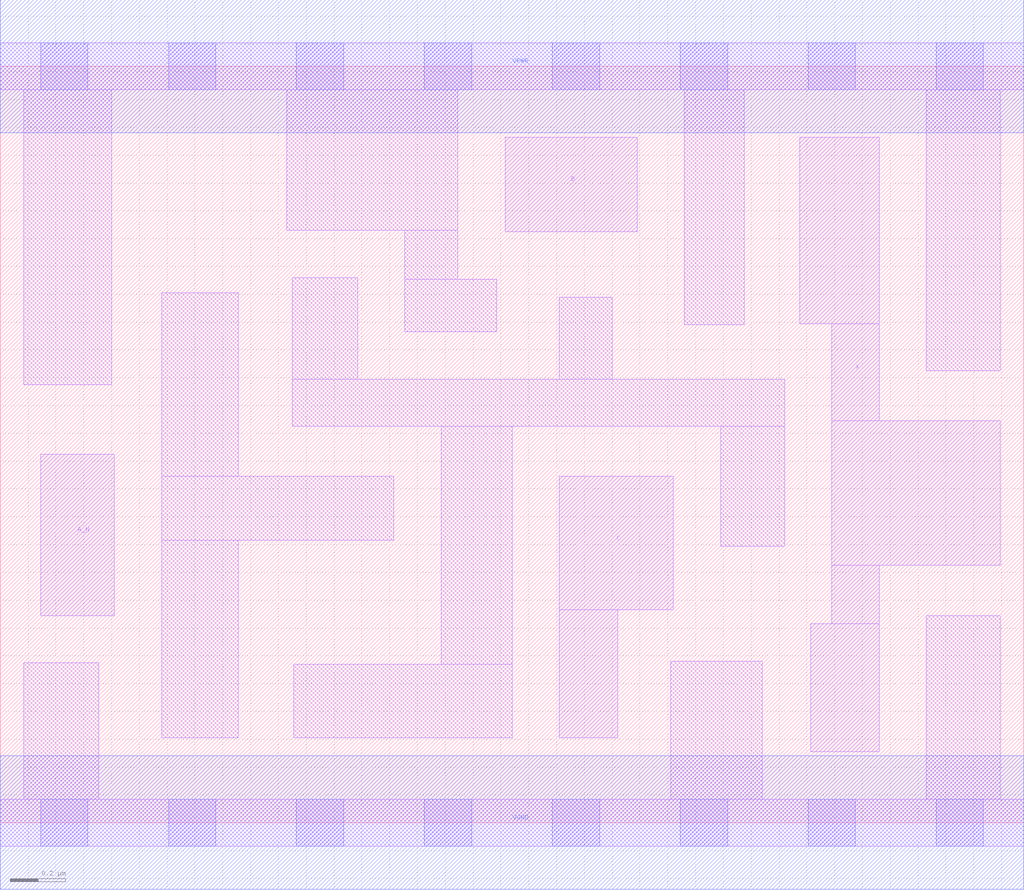
<source format=lef>
# Copyright 2020 The SkyWater PDK Authors
#
# Licensed under the Apache License, Version 2.0 (the "License");
# you may not use this file except in compliance with the License.
# You may obtain a copy of the License at
#
#     https://www.apache.org/licenses/LICENSE-2.0
#
# Unless required by applicable law or agreed to in writing, software
# distributed under the License is distributed on an "AS IS" BASIS,
# WITHOUT WARRANTIES OR CONDITIONS OF ANY KIND, either express or implied.
# See the License for the specific language governing permissions and
# limitations under the License.
#
# SPDX-License-Identifier: Apache-2.0

VERSION 5.7 ;
  NOWIREEXTENSIONATPIN ON ;
  DIVIDERCHAR "/" ;
  BUSBITCHARS "[]" ;
UNITS
  DATABASE MICRONS 200 ;
END UNITS
MACRO sky130_fd_sc_hd__and3b_2
  CLASS CORE ;
  FOREIGN sky130_fd_sc_hd__and3b_2 ;
  ORIGIN  0.000000  0.000000 ;
  SIZE  3.680000 BY  2.720000 ;
  SYMMETRY X Y R90 ;
  SITE unithd ;
  PIN A_N
    ANTENNAGATEAREA  0.126000 ;
    DIRECTION INPUT ;
    USE SIGNAL ;
    PORT
      LAYER li1 ;
        RECT 0.145000 0.745000 0.410000 1.325000 ;
    END
  END A_N
  PIN B
    ANTENNAGATEAREA  0.126000 ;
    DIRECTION INPUT ;
    USE SIGNAL ;
    PORT
      LAYER li1 ;
        RECT 1.815000 2.125000 2.290000 2.465000 ;
    END
  END B
  PIN C
    ANTENNAGATEAREA  0.126000 ;
    DIRECTION INPUT ;
    USE SIGNAL ;
    PORT
      LAYER li1 ;
        RECT 2.010000 0.305000 2.220000 0.765000 ;
        RECT 2.010000 0.765000 2.420000 1.245000 ;
    END
  END C
  PIN X
    ANTENNADIFFAREA  0.445500 ;
    DIRECTION OUTPUT ;
    USE SIGNAL ;
    PORT
      LAYER li1 ;
        RECT 2.875000 1.795000 3.160000 2.465000 ;
        RECT 2.915000 0.255000 3.160000 0.715000 ;
        RECT 2.990000 0.715000 3.160000 0.925000 ;
        RECT 2.990000 0.925000 3.595000 1.445000 ;
        RECT 2.990000 1.445000 3.160000 1.795000 ;
    END
  END X
  PIN VGND
    DIRECTION INOUT ;
    SHAPE ABUTMENT ;
    USE GROUND ;
    PORT
      LAYER met1 ;
        RECT 0.000000 -0.240000 3.680000 0.240000 ;
    END
  END VGND
  PIN VPWR
    DIRECTION INOUT ;
    SHAPE ABUTMENT ;
    USE POWER ;
    PORT
      LAYER met1 ;
        RECT 0.000000 2.480000 3.680000 2.960000 ;
    END
  END VPWR
  OBS
    LAYER li1 ;
      RECT 0.000000 -0.085000 3.680000 0.085000 ;
      RECT 0.000000  2.635000 3.680000 2.805000 ;
      RECT 0.085000  0.085000 0.355000 0.575000 ;
      RECT 0.085000  1.575000 0.400000 2.635000 ;
      RECT 0.580000  0.305000 0.855000 1.015000 ;
      RECT 0.580000  1.015000 1.415000 1.245000 ;
      RECT 0.580000  1.245000 0.855000 1.905000 ;
      RECT 1.030000  2.130000 1.645000 2.635000 ;
      RECT 1.050000  1.425000 2.820000 1.595000 ;
      RECT 1.050000  1.595000 1.285000 1.960000 ;
      RECT 1.055000  0.305000 1.840000 0.570000 ;
      RECT 1.455000  1.765000 1.785000 1.955000 ;
      RECT 1.455000  1.955000 1.645000 2.130000 ;
      RECT 1.585000  0.570000 1.840000 1.425000 ;
      RECT 2.010000  1.595000 2.200000 1.890000 ;
      RECT 2.410000  0.085000 2.740000 0.580000 ;
      RECT 2.460000  1.790000 2.675000 2.635000 ;
      RECT 2.590000  0.995000 2.820000 1.425000 ;
      RECT 3.330000  0.085000 3.595000 0.745000 ;
      RECT 3.330000  1.625000 3.595000 2.635000 ;
    LAYER mcon ;
      RECT 0.145000 -0.085000 0.315000 0.085000 ;
      RECT 0.145000  2.635000 0.315000 2.805000 ;
      RECT 0.605000 -0.085000 0.775000 0.085000 ;
      RECT 0.605000  2.635000 0.775000 2.805000 ;
      RECT 1.065000 -0.085000 1.235000 0.085000 ;
      RECT 1.065000  2.635000 1.235000 2.805000 ;
      RECT 1.525000 -0.085000 1.695000 0.085000 ;
      RECT 1.525000  2.635000 1.695000 2.805000 ;
      RECT 1.985000 -0.085000 2.155000 0.085000 ;
      RECT 1.985000  2.635000 2.155000 2.805000 ;
      RECT 2.445000 -0.085000 2.615000 0.085000 ;
      RECT 2.445000  2.635000 2.615000 2.805000 ;
      RECT 2.905000 -0.085000 3.075000 0.085000 ;
      RECT 2.905000  2.635000 3.075000 2.805000 ;
      RECT 3.365000 -0.085000 3.535000 0.085000 ;
      RECT 3.365000  2.635000 3.535000 2.805000 ;
  END
END sky130_fd_sc_hd__and3b_2
END LIBRARY

</source>
